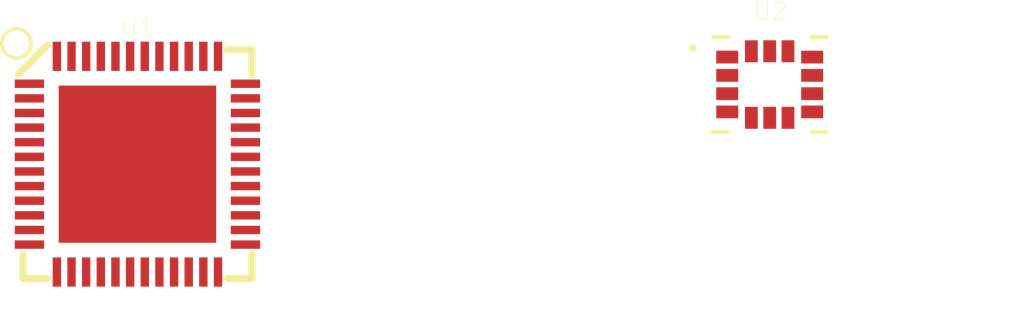
<source format=kicad_pcb>
(kicad_pcb (version 20171130) (host pcbnew "(5.1.9)-1")

  (general
    (thickness 1.6)
    (drawings 0)
    (tracks 0)
    (zones 0)
    (modules 2)
    (nets 60)
  )

  (page A4)
  (layers
    (0 F.Cu signal)
    (31 B.Cu signal)
    (32 B.Adhes user)
    (33 F.Adhes user)
    (34 B.Paste user)
    (35 F.Paste user)
    (36 B.SilkS user)
    (37 F.SilkS user)
    (38 B.Mask user)
    (39 F.Mask user)
    (40 Dwgs.User user)
    (41 Cmts.User user)
    (42 Eco1.User user)
    (43 Eco2.User user)
    (44 Edge.Cuts user)
    (45 Margin user)
    (46 B.CrtYd user)
    (47 F.CrtYd user)
    (48 B.Fab user)
    (49 F.Fab user)
  )

  (setup
    (last_trace_width 0.25)
    (trace_clearance 0.2)
    (zone_clearance 0.508)
    (zone_45_only no)
    (trace_min 0.2)
    (via_size 0.8)
    (via_drill 0.4)
    (via_min_size 0.4)
    (via_min_drill 0.3)
    (uvia_size 0.3)
    (uvia_drill 0.1)
    (uvias_allowed no)
    (uvia_min_size 0.2)
    (uvia_min_drill 0.1)
    (edge_width 0.05)
    (segment_width 0.2)
    (pcb_text_width 0.3)
    (pcb_text_size 1.5 1.5)
    (mod_edge_width 0.12)
    (mod_text_size 1 1)
    (mod_text_width 0.15)
    (pad_size 1.524 1.524)
    (pad_drill 0.762)
    (pad_to_mask_clearance 0)
    (aux_axis_origin 0 0)
    (visible_elements 7FFFFFFF)
    (pcbplotparams
      (layerselection 0x010fc_ffffffff)
      (usegerberextensions false)
      (usegerberattributes true)
      (usegerberadvancedattributes true)
      (creategerberjobfile true)
      (excludeedgelayer true)
      (linewidth 0.100000)
      (plotframeref false)
      (viasonmask false)
      (mode 1)
      (useauxorigin false)
      (hpglpennumber 1)
      (hpglpenspeed 20)
      (hpglpendiameter 15.000000)
      (psnegative false)
      (psa4output false)
      (plotreference true)
      (plotvalue true)
      (plotinvisibletext false)
      (padsonsilk false)
      (subtractmaskfromsilk false)
      (outputformat 1)
      (mirror false)
      (drillshape 1)
      (scaleselection 1)
      (outputdirectory ""))
  )

  (net 0 "")
  (net 1 "Net-(U1-Pad1)")
  (net 2 "Net-(U1-Pad2)")
  (net 3 "Net-(U1-Pad3)")
  (net 4 "Net-(U1-Pad5)")
  (net 5 "Net-(U1-Pad6)")
  (net 6 "Net-(U1-Pad7)")
  (net 7 "Net-(U1-Pad8)")
  (net 8 "Net-(U1-Pad9)")
  (net 9 "Net-(U1-Pad10)")
  (net 10 "Net-(U1-Pad11)")
  (net 11 "Net-(U1-Pad12)")
  (net 12 "Net-(U1-Pad13)")
  (net 13 "Net-(U1-Pad14)")
  (net 14 "Net-(U1-Pad15)")
  (net 15 "Net-(U1-Pad16)")
  (net 16 "Net-(U1-Pad17)")
  (net 17 "Net-(U1-Pad18)")
  (net 18 "Net-(U1-Pad19)")
  (net 19 "Net-(U1-Pad20)")
  (net 20 "Net-(U1-Pad21)")
  (net 21 "Net-(U1-Pad22)")
  (net 22 "Net-(U1-Pad23)")
  (net 23 "Net-(U1-Pad24)")
  (net 24 "Net-(U1-Pad25)")
  (net 25 "Net-(U1-Pad26)")
  (net 26 "Net-(U1-Pad27)")
  (net 27 "Net-(U1-Pad28)")
  (net 28 "Net-(U1-Pad29)")
  (net 29 "Net-(U1-Pad30)")
  (net 30 "Net-(U1-Pad31)")
  (net 31 "Net-(U1-Pad32)")
  (net 32 "Net-(U1-Pad33)")
  (net 33 "Net-(U1-Pad34)")
  (net 34 "Net-(U1-Pad35)")
  (net 35 "Net-(U1-Pad36)")
  (net 36 "Net-(U1-Pad37)")
  (net 37 "Net-(U1-Pad38)")
  (net 38 "Net-(U1-Pad39)")
  (net 39 "Net-(U1-Pad40)")
  (net 40 "Net-(U1-Pad41)")
  (net 41 "Net-(U1-Pad42)")
  (net 42 "Net-(U1-Pad44)")
  (net 43 "Net-(U1-Pad45)")
  (net 44 "Net-(U1-Pad47)")
  (net 45 "Net-(U1-Pad48)")
  (net 46 "Net-(U1-PadEP)")
  (net 47 "Net-(U2-Pad2)")
  (net 48 "Net-(U2-Pad3)")
  (net 49 "Net-(U2-Pad1)")
  (net 50 "Net-(U2-Pad4)")
  (net 51 "Net-(U2-Pad10)")
  (net 52 "Net-(U2-Pad9)")
  (net 53 "Net-(U2-Pad11)")
  (net 54 "Net-(U2-Pad8)")
  (net 55 "Net-(U2-Pad14)")
  (net 56 "Net-(U2-Pad13)")
  (net 57 "Net-(U2-Pad12)")
  (net 58 "Net-(U2-Pad5)")
  (net 59 "Net-(U2-Pad6)")

  (net_class Default "This is the default net class."
    (clearance 0.2)
    (trace_width 0.25)
    (via_dia 0.8)
    (via_drill 0.4)
    (uvia_dia 0.3)
    (uvia_drill 0.1)
    (add_net "Net-(U1-Pad1)")
    (add_net "Net-(U1-Pad10)")
    (add_net "Net-(U1-Pad11)")
    (add_net "Net-(U1-Pad12)")
    (add_net "Net-(U1-Pad13)")
    (add_net "Net-(U1-Pad14)")
    (add_net "Net-(U1-Pad15)")
    (add_net "Net-(U1-Pad16)")
    (add_net "Net-(U1-Pad17)")
    (add_net "Net-(U1-Pad18)")
    (add_net "Net-(U1-Pad19)")
    (add_net "Net-(U1-Pad2)")
    (add_net "Net-(U1-Pad20)")
    (add_net "Net-(U1-Pad21)")
    (add_net "Net-(U1-Pad22)")
    (add_net "Net-(U1-Pad23)")
    (add_net "Net-(U1-Pad24)")
    (add_net "Net-(U1-Pad25)")
    (add_net "Net-(U1-Pad26)")
    (add_net "Net-(U1-Pad27)")
    (add_net "Net-(U1-Pad28)")
    (add_net "Net-(U1-Pad29)")
    (add_net "Net-(U1-Pad3)")
    (add_net "Net-(U1-Pad30)")
    (add_net "Net-(U1-Pad31)")
    (add_net "Net-(U1-Pad32)")
    (add_net "Net-(U1-Pad33)")
    (add_net "Net-(U1-Pad34)")
    (add_net "Net-(U1-Pad35)")
    (add_net "Net-(U1-Pad36)")
    (add_net "Net-(U1-Pad37)")
    (add_net "Net-(U1-Pad38)")
    (add_net "Net-(U1-Pad39)")
    (add_net "Net-(U1-Pad40)")
    (add_net "Net-(U1-Pad41)")
    (add_net "Net-(U1-Pad42)")
    (add_net "Net-(U1-Pad44)")
    (add_net "Net-(U1-Pad45)")
    (add_net "Net-(U1-Pad47)")
    (add_net "Net-(U1-Pad48)")
    (add_net "Net-(U1-Pad5)")
    (add_net "Net-(U1-Pad6)")
    (add_net "Net-(U1-Pad7)")
    (add_net "Net-(U1-Pad8)")
    (add_net "Net-(U1-Pad9)")
    (add_net "Net-(U1-PadEP)")
    (add_net "Net-(U2-Pad1)")
    (add_net "Net-(U2-Pad10)")
    (add_net "Net-(U2-Pad11)")
    (add_net "Net-(U2-Pad12)")
    (add_net "Net-(U2-Pad13)")
    (add_net "Net-(U2-Pad14)")
    (add_net "Net-(U2-Pad2)")
    (add_net "Net-(U2-Pad3)")
    (add_net "Net-(U2-Pad4)")
    (add_net "Net-(U2-Pad5)")
    (add_net "Net-(U2-Pad6)")
    (add_net "Net-(U2-Pad8)")
    (add_net "Net-(U2-Pad9)")
  )

  (module footprints:ESP32-WROOM-32D (layer F.Cu) (tedit 6099E58A) (tstamp 6099F7B6)
    (at 128.975607 71.444607)
    (descr "<h3>QFN 48 Pin</h3><p>Specifications:<ul><li>Pin count: 48</li><li>Pin pitch: 0.4mm</li></ul></p><p><a href=”https://cdn.sparkfun.com/datasheets/IoT/esp32_datasheet_en.pdf”>Datasheet referenced for footprint</a></p><p>Example device(s):<ul><li>ESP32</li></ul></p>")
    (path /6099F001/609A1D57)
    (fp_text reference U1 (at 0 -3.7338) (layer F.SilkS)
      (effects (font (size 0.48 0.48) (thickness 0.015)))
    )
    (fp_text value ESP32 (at 0 3.7338) (layer F.Fab)
      (effects (font (size 0.48 0.48) (thickness 0.015)))
    )
    (fp_line (start 0.3048 2.2098) (end -0.3048 2.2098) (layer Dwgs.User) (width 0.0254))
    (fp_line (start -0.3048 -2.2098) (end 0.3048 -2.2098) (layer Dwgs.User) (width 0.0254))
    (fp_line (start 2.2098 -0.3048) (end 2.2098 0.3048) (layer Dwgs.User) (width 0.0254))
    (fp_line (start -2.2098 0.3048) (end -2.2098 -0.3048) (layer Dwgs.User) (width 0.0254))
    (fp_poly (pts (xy 2.15 -2.15) (xy -2.15 -2.15) (xy -2.15 2.15) (xy 2.15 2.15)) (layer F.Fab) (width 0))
    (fp_poly (pts (xy -3 2.3) (xy -2.6 2.3) (xy -2.6 2.1) (xy -3 2.1)) (layer F.Fab) (width 0))
    (fp_poly (pts (xy -3 1.9) (xy -2.6 1.9) (xy -2.6 1.7) (xy -3 1.7)) (layer F.Fab) (width 0))
    (fp_poly (pts (xy -3 1.5) (xy -2.6 1.5) (xy -2.6 1.3) (xy -3 1.3)) (layer F.Fab) (width 0))
    (fp_poly (pts (xy -3 1.1) (xy -2.6 1.1) (xy -2.6 0.9) (xy -3 0.9)) (layer F.Fab) (width 0))
    (fp_poly (pts (xy -3 0.7) (xy -2.6 0.7) (xy -2.6 0.5) (xy -3 0.5)) (layer F.Fab) (width 0))
    (fp_poly (pts (xy -3 -2.1) (xy -2.6 -2.1) (xy -2.6 -2.3) (xy -3 -2.3)) (layer F.Fab) (width 0))
    (fp_poly (pts (xy -3 -1.7) (xy -2.6 -1.7) (xy -2.6 -1.9) (xy -3 -1.9)) (layer F.Fab) (width 0))
    (fp_poly (pts (xy -3 -1.3) (xy -2.6 -1.3) (xy -2.6 -1.5) (xy -3 -1.5)) (layer F.Fab) (width 0))
    (fp_poly (pts (xy -3 -0.9) (xy -2.6 -0.9) (xy -2.6 -1.1) (xy -3 -1.1)) (layer F.Fab) (width 0))
    (fp_poly (pts (xy -3 -0.5) (xy -2.6 -0.5) (xy -2.6 -0.7) (xy -3 -0.7)) (layer F.Fab) (width 0))
    (fp_poly (pts (xy -3 -0.1) (xy -2.6 -0.1) (xy -2.6 -0.3) (xy -3 -0.3)) (layer F.Fab) (width 0))
    (fp_poly (pts (xy -3 0.3) (xy -2.6 0.3) (xy -2.6 0.1) (xy -3 0.1)) (layer F.Fab) (width 0))
    (fp_poly (pts (xy -2.3 -3) (xy -2.3 -2.6) (xy -2.1 -2.6) (xy -2.1 -3)) (layer F.Fab) (width 0))
    (fp_poly (pts (xy -1.9 -3) (xy -1.9 -2.6) (xy -1.7 -2.6) (xy -1.7 -3)) (layer F.Fab) (width 0))
    (fp_poly (pts (xy -1.5 -3) (xy -1.5 -2.6) (xy -1.3 -2.6) (xy -1.3 -3)) (layer F.Fab) (width 0))
    (fp_poly (pts (xy -1.1 -3) (xy -1.1 -2.6) (xy -0.9 -2.6) (xy -0.9 -3)) (layer F.Fab) (width 0))
    (fp_poly (pts (xy -0.7 -3) (xy -0.7 -2.6) (xy -0.5 -2.6) (xy -0.5 -3)) (layer F.Fab) (width 0))
    (fp_poly (pts (xy 2.1 -3) (xy 2.1 -2.6) (xy 2.3 -2.6) (xy 2.3 -3)) (layer F.Fab) (width 0))
    (fp_poly (pts (xy 1.7 -3) (xy 1.7 -2.6) (xy 1.9 -2.6) (xy 1.9 -3)) (layer F.Fab) (width 0))
    (fp_poly (pts (xy 1.3 -3) (xy 1.3 -2.6) (xy 1.5 -2.6) (xy 1.5 -3)) (layer F.Fab) (width 0))
    (fp_poly (pts (xy 0.9 -3) (xy 0.9 -2.6) (xy 1.1 -2.6) (xy 1.1 -3)) (layer F.Fab) (width 0))
    (fp_poly (pts (xy 0.5 -3) (xy 0.5 -2.6) (xy 0.7 -2.6) (xy 0.7 -3)) (layer F.Fab) (width 0))
    (fp_poly (pts (xy 0.1 -3) (xy 0.1 -2.6) (xy 0.3 -2.6) (xy 0.3 -3)) (layer F.Fab) (width 0))
    (fp_poly (pts (xy -0.3 -3) (xy -0.3 -2.6) (xy -0.1 -2.6) (xy -0.1 -3)) (layer F.Fab) (width 0))
    (fp_poly (pts (xy 3 -2.3) (xy 2.6 -2.3) (xy 2.6 -2.1) (xy 3 -2.1)) (layer F.Fab) (width 0))
    (fp_poly (pts (xy 3 -1.9) (xy 2.6 -1.9) (xy 2.6 -1.7) (xy 3 -1.7)) (layer F.Fab) (width 0))
    (fp_poly (pts (xy 3 -1.5) (xy 2.6 -1.5) (xy 2.6 -1.3) (xy 3 -1.3)) (layer F.Fab) (width 0))
    (fp_poly (pts (xy 3 -1.1) (xy 2.6 -1.1) (xy 2.6 -0.9) (xy 3 -0.9)) (layer F.Fab) (width 0))
    (fp_poly (pts (xy 3 -0.7) (xy 2.6 -0.7) (xy 2.6 -0.5) (xy 3 -0.5)) (layer F.Fab) (width 0))
    (fp_poly (pts (xy 3 2.1) (xy 2.6 2.1) (xy 2.6 2.3) (xy 3 2.3)) (layer F.Fab) (width 0))
    (fp_poly (pts (xy 3 1.7) (xy 2.6 1.7) (xy 2.6 1.9) (xy 3 1.9)) (layer F.Fab) (width 0))
    (fp_poly (pts (xy 3 1.3) (xy 2.6 1.3) (xy 2.6 1.5) (xy 3 1.5)) (layer F.Fab) (width 0))
    (fp_poly (pts (xy 3 0.9) (xy 2.6 0.9) (xy 2.6 1.1) (xy 3 1.1)) (layer F.Fab) (width 0))
    (fp_poly (pts (xy 3 0.5) (xy 2.6 0.5) (xy 2.6 0.7) (xy 3 0.7)) (layer F.Fab) (width 0))
    (fp_poly (pts (xy 3 0.1) (xy 2.6 0.1) (xy 2.6 0.3) (xy 3 0.3)) (layer F.Fab) (width 0))
    (fp_poly (pts (xy 3 -0.3) (xy 2.6 -0.3) (xy 2.6 -0.1) (xy 3 -0.1)) (layer F.Fab) (width 0))
    (fp_poly (pts (xy 2.3 3) (xy 2.3 2.6) (xy 2.1 2.6) (xy 2.1 3)) (layer F.Fab) (width 0))
    (fp_poly (pts (xy 1.9 3) (xy 1.9 2.6) (xy 1.7 2.6) (xy 1.7 3)) (layer F.Fab) (width 0))
    (fp_poly (pts (xy 1.5 3) (xy 1.5 2.6) (xy 1.3 2.6) (xy 1.3 3)) (layer F.Fab) (width 0))
    (fp_poly (pts (xy 1.1 3) (xy 1.1 2.6) (xy 0.9 2.6) (xy 0.9 3)) (layer F.Fab) (width 0))
    (fp_poly (pts (xy 0.7 3) (xy 0.7 2.6) (xy 0.5 2.6) (xy 0.5 3)) (layer F.Fab) (width 0))
    (fp_poly (pts (xy -2.1 3) (xy -2.1 2.6) (xy -2.3 2.6) (xy -2.3 3)) (layer F.Fab) (width 0))
    (fp_poly (pts (xy -1.7 3) (xy -1.7 2.6) (xy -1.9 2.6) (xy -1.9 3)) (layer F.Fab) (width 0))
    (fp_poly (pts (xy -1.3 3) (xy -1.3 2.6) (xy -1.5 2.6) (xy -1.5 3)) (layer F.Fab) (width 0))
    (fp_poly (pts (xy -0.9 3) (xy -0.9 2.6) (xy -1.1 2.6) (xy -1.1 3)) (layer F.Fab) (width 0))
    (fp_poly (pts (xy -0.5 3) (xy -0.5 2.6) (xy -0.7 2.6) (xy -0.7 3)) (layer F.Fab) (width 0))
    (fp_poly (pts (xy -0.1 3) (xy -0.1 2.6) (xy -0.3 2.6) (xy -0.3 3)) (layer F.Fab) (width 0))
    (fp_poly (pts (xy 0.3 3) (xy 0.3 2.6) (xy 0.1 2.6) (xy 0.1 3)) (layer F.Fab) (width 0))
    (fp_poly (pts (xy 0.314859 0.314859) (xy 1.83514 0.314859) (xy 1.83514 1.83514) (xy 0.314859 1.83514)) (layer F.Paste) (width 0.01))
    (fp_poly (pts (xy -1.83514 0.314859) (xy -0.314859 0.314859) (xy -0.314859 1.83514) (xy -1.83514 1.83514)) (layer F.Paste) (width 0.01))
    (fp_poly (pts (xy -1.83514 -1.83514) (xy -0.314859 -1.83514) (xy -0.314859 -0.314859) (xy -1.83514 -0.314859)) (layer F.Paste) (width 0.01))
    (fp_poly (pts (xy 0.314859 -1.83514) (xy 1.83514 -1.83514) (xy 1.83514 -0.314859) (xy 0.314859 -0.314859)) (layer F.Paste) (width 0.01))
    (fp_line (start 2.461 3.127) (end 3.127 3.127) (layer F.SilkS) (width 0.2032))
    (fp_line (start 3.127 3.127) (end 3.127 2.461) (layer F.SilkS) (width 0.2032))
    (fp_line (start -3.127 2.461) (end -3.127 3.127) (layer F.SilkS) (width 0.2032))
    (fp_line (start -3.127 3.127) (end -2.461 3.127) (layer F.SilkS) (width 0.2032))
    (fp_line (start 3.127 -2.461) (end 3.127 -3.127) (layer F.SilkS) (width 0.2032))
    (fp_line (start 3.127 -3.127) (end 2.461 -3.127) (layer F.SilkS) (width 0.2032))
    (fp_line (start -2.461 -3.254) (end -3.254 -2.461) (layer F.SilkS) (width 0.2032))
    (fp_line (start 3 -3) (end -3 -3) (layer F.Fab) (width 0.127))
    (fp_line (start 3 3) (end 3 -3) (layer F.Fab) (width 0.127))
    (fp_line (start -3 3) (end 3 3) (layer F.Fab) (width 0.127))
    (fp_line (start -3 -3) (end -3 3) (layer F.Fab) (width 0.127))
    (fp_circle (center -3.302 -3.302) (end -2.900394 -3.302) (layer F.SilkS) (width 0.1))
    (pad 1 smd rect (at -2.95 -2.2) (size 0.8 0.23) (layers F.Cu F.Paste F.Mask)
      (net 1 "Net-(U1-Pad1)"))
    (pad 2 smd rect (at -2.95 -1.8) (size 0.8 0.23) (layers F.Cu F.Paste F.Mask)
      (net 2 "Net-(U1-Pad2)"))
    (pad 3 smd rect (at -2.95 -1.4) (size 0.8 0.23) (layers F.Cu F.Paste F.Mask)
      (net 3 "Net-(U1-Pad3)"))
    (pad 4 smd rect (at -2.95 -1) (size 0.8 0.23) (layers F.Cu F.Paste F.Mask)
      (net 3 "Net-(U1-Pad3)"))
    (pad 5 smd rect (at -2.95 -0.6) (size 0.8 0.23) (layers F.Cu F.Paste F.Mask)
      (net 4 "Net-(U1-Pad5)"))
    (pad 6 smd rect (at -2.95 -0.2) (size 0.8 0.23) (layers F.Cu F.Paste F.Mask)
      (net 5 "Net-(U1-Pad6)"))
    (pad 7 smd rect (at -2.95 0.2) (size 0.8 0.23) (layers F.Cu F.Paste F.Mask)
      (net 6 "Net-(U1-Pad7)"))
    (pad 8 smd rect (at -2.95 0.6) (size 0.8 0.23) (layers F.Cu F.Paste F.Mask)
      (net 7 "Net-(U1-Pad8)"))
    (pad 9 smd rect (at -2.95 1) (size 0.8 0.23) (layers F.Cu F.Paste F.Mask)
      (net 8 "Net-(U1-Pad9)"))
    (pad 10 smd rect (at -2.95 1.4) (size 0.8 0.23) (layers F.Cu F.Paste F.Mask)
      (net 9 "Net-(U1-Pad10)"))
    (pad 11 smd rect (at -2.95 1.8) (size 0.8 0.23) (layers F.Cu F.Paste F.Mask)
      (net 10 "Net-(U1-Pad11)"))
    (pad 12 smd rect (at -2.95 2.2) (size 0.8 0.23) (layers F.Cu F.Paste F.Mask)
      (net 11 "Net-(U1-Pad12)"))
    (pad 13 smd rect (at -2.2 2.95) (size 0.23 0.8) (layers F.Cu F.Paste F.Mask)
      (net 12 "Net-(U1-Pad13)"))
    (pad 14 smd rect (at -1.8 2.95) (size 0.23 0.8) (layers F.Cu F.Paste F.Mask)
      (net 13 "Net-(U1-Pad14)"))
    (pad 15 smd rect (at -1.4 2.95) (size 0.23 0.8) (layers F.Cu F.Paste F.Mask)
      (net 14 "Net-(U1-Pad15)"))
    (pad 16 smd rect (at -1 2.95) (size 0.23 0.8) (layers F.Cu F.Paste F.Mask)
      (net 15 "Net-(U1-Pad16)"))
    (pad 17 smd rect (at -0.6 2.95) (size 0.23 0.8) (layers F.Cu F.Paste F.Mask)
      (net 16 "Net-(U1-Pad17)"))
    (pad 18 smd rect (at -0.2 2.95) (size 0.23 0.8) (layers F.Cu F.Paste F.Mask)
      (net 17 "Net-(U1-Pad18)"))
    (pad 19 smd rect (at 0.2 2.95) (size 0.23 0.8) (layers F.Cu F.Paste F.Mask)
      (net 18 "Net-(U1-Pad19)"))
    (pad 20 smd rect (at 0.6 2.95) (size 0.23 0.8) (layers F.Cu F.Paste F.Mask)
      (net 19 "Net-(U1-Pad20)"))
    (pad 21 smd rect (at 1 2.95) (size 0.23 0.8) (layers F.Cu F.Paste F.Mask)
      (net 20 "Net-(U1-Pad21)"))
    (pad 22 smd rect (at 1.4 2.95) (size 0.23 0.8) (layers F.Cu F.Paste F.Mask)
      (net 21 "Net-(U1-Pad22)"))
    (pad 23 smd rect (at 1.8 2.95) (size 0.23 0.8) (layers F.Cu F.Paste F.Mask)
      (net 22 "Net-(U1-Pad23)"))
    (pad 24 smd rect (at 2.2 2.95) (size 0.23 0.8) (layers F.Cu F.Paste F.Mask)
      (net 23 "Net-(U1-Pad24)"))
    (pad 25 smd rect (at 2.95 2.2) (size 0.8 0.23) (layers F.Cu F.Paste F.Mask)
      (net 24 "Net-(U1-Pad25)"))
    (pad 26 smd rect (at 2.95 1.8) (size 0.8 0.23) (layers F.Cu F.Paste F.Mask)
      (net 25 "Net-(U1-Pad26)"))
    (pad 27 smd rect (at 2.95 1.4) (size 0.8 0.23) (layers F.Cu F.Paste F.Mask)
      (net 26 "Net-(U1-Pad27)"))
    (pad 28 smd rect (at 2.95 1) (size 0.8 0.23) (layers F.Cu F.Paste F.Mask)
      (net 27 "Net-(U1-Pad28)"))
    (pad 29 smd rect (at 2.95 0.6) (size 0.8 0.23) (layers F.Cu F.Paste F.Mask)
      (net 28 "Net-(U1-Pad29)"))
    (pad 30 smd rect (at 2.95 0.2) (size 0.8 0.23) (layers F.Cu F.Paste F.Mask)
      (net 29 "Net-(U1-Pad30)"))
    (pad 31 smd rect (at 2.95 -0.2) (size 0.8 0.23) (layers F.Cu F.Paste F.Mask)
      (net 30 "Net-(U1-Pad31)"))
    (pad 32 smd rect (at 2.95 -0.6) (size 0.8 0.23) (layers F.Cu F.Paste F.Mask)
      (net 31 "Net-(U1-Pad32)"))
    (pad 33 smd rect (at 2.95 -1) (size 0.8 0.23) (layers F.Cu F.Paste F.Mask)
      (net 32 "Net-(U1-Pad33)"))
    (pad 34 smd rect (at 2.95 -1.4) (size 0.8 0.23) (layers F.Cu F.Paste F.Mask)
      (net 33 "Net-(U1-Pad34)"))
    (pad 35 smd rect (at 2.95 -1.8) (size 0.8 0.23) (layers F.Cu F.Paste F.Mask)
      (net 34 "Net-(U1-Pad35)"))
    (pad 36 smd rect (at 2.95 -2.2) (size 0.8 0.23) (layers F.Cu F.Paste F.Mask)
      (net 35 "Net-(U1-Pad36)"))
    (pad 37 smd rect (at 2.2 -2.95) (size 0.23 0.8) (layers F.Cu F.Paste F.Mask)
      (net 36 "Net-(U1-Pad37)"))
    (pad 38 smd rect (at 1.8 -2.95) (size 0.23 0.8) (layers F.Cu F.Paste F.Mask)
      (net 37 "Net-(U1-Pad38)"))
    (pad 39 smd rect (at 1.4 -2.95) (size 0.23 0.8) (layers F.Cu F.Paste F.Mask)
      (net 38 "Net-(U1-Pad39)"))
    (pad 40 smd rect (at 1 -2.95) (size 0.23 0.8) (layers F.Cu F.Paste F.Mask)
      (net 39 "Net-(U1-Pad40)"))
    (pad 41 smd rect (at 0.6 -2.95) (size 0.23 0.8) (layers F.Cu F.Paste F.Mask)
      (net 40 "Net-(U1-Pad41)"))
    (pad 42 smd rect (at 0.2 -2.95) (size 0.23 0.8) (layers F.Cu F.Paste F.Mask)
      (net 41 "Net-(U1-Pad42)"))
    (pad 43 smd rect (at -0.2 -2.95) (size 0.23 0.8) (layers F.Cu F.Paste F.Mask)
      (net 1 "Net-(U1-Pad1)"))
    (pad 44 smd rect (at -0.6 -2.95) (size 0.23 0.8) (layers F.Cu F.Paste F.Mask)
      (net 42 "Net-(U1-Pad44)"))
    (pad 45 smd rect (at -1 -2.95) (size 0.23 0.8) (layers F.Cu F.Paste F.Mask)
      (net 43 "Net-(U1-Pad45)"))
    (pad 46 smd rect (at -1.4 -2.95) (size 0.23 0.8) (layers F.Cu F.Paste F.Mask)
      (net 1 "Net-(U1-Pad1)"))
    (pad 47 smd rect (at -1.8 -2.95) (size 0.23 0.8) (layers F.Cu F.Paste F.Mask)
      (net 44 "Net-(U1-Pad47)"))
    (pad 48 smd rect (at -2.2 -2.95) (size 0.23 0.8) (layers F.Cu F.Paste F.Mask)
      (net 45 "Net-(U1-Pad48)"))
    (pad EP smd rect (at 0 0) (size 4.3 4.3) (layers F.Cu F.Mask)
      (net 46 "Net-(U1-PadEP)"))
  )

  (module footprints:LSM6DSMTR (layer F.Cu) (tedit 6099CCA3) (tstamp 6099F7D6)
    (at 146.242001 69.266001)
    (path /6099FD27/609A33A3)
    (fp_text reference U2 (at 0.024 -2.0048) (layer F.SilkS)
      (effects (font (size 0.48 0.48) (thickness 0.015)))
    )
    (fp_text value LSM6DSMTR (at 4.9008 1.9952) (layer F.Fab)
      (effects (font (size 0.48 0.48) (thickness 0.015)))
    )
    (fp_line (start 1.55 1.3) (end 1.15 1.3) (layer F.SilkS) (width 0.127))
    (fp_line (start -1.55 1.3) (end -1.15 1.3) (layer F.SilkS) (width 0.127))
    (fp_line (start 1.55 -1.3) (end 1.15 -1.3) (layer F.SilkS) (width 0.127))
    (fp_line (start -1.15 -1.3) (end -1.55 -1.3) (layer F.SilkS) (width 0.127))
    (fp_circle (center -2.1 -1) (end -2.05 -1) (layer F.Fab) (width 0.1))
    (fp_circle (center -2.1 -1) (end -2.05 -1) (layer F.SilkS) (width 0.1))
    (fp_line (start 1.8 -1.55) (end -1.8 -1.55) (layer F.CrtYd) (width 0.05))
    (fp_line (start 1.8 1.55) (end 1.8 -1.55) (layer F.CrtYd) (width 0.05))
    (fp_line (start -1.8 1.55) (end 1.8 1.55) (layer F.CrtYd) (width 0.05))
    (fp_line (start -1.8 -1.55) (end -1.8 1.55) (layer F.CrtYd) (width 0.05))
    (fp_line (start -1.55 1.3) (end -1.55 -1.3) (layer F.Fab) (width 0.127))
    (fp_line (start 1.55 1.3) (end -1.55 1.3) (layer F.Fab) (width 0.127))
    (fp_line (start 1.55 -1.3) (end 1.55 1.3) (layer F.Fab) (width 0.127))
    (fp_line (start -1.55 -1.3) (end 1.55 -1.3) (layer F.Fab) (width 0.127))
    (pad 2 smd rect (at -1.16 -0.25) (size 0.6 0.35) (layers F.Cu F.Paste F.Mask)
      (net 47 "Net-(U2-Pad2)"))
    (pad 3 smd rect (at -1.16 0.25) (size 0.6 0.35) (layers F.Cu F.Paste F.Mask)
      (net 48 "Net-(U2-Pad3)"))
    (pad 1 smd rect (at -1.16 -0.75) (size 0.6 0.35) (layers F.Cu F.Paste F.Mask)
      (net 49 "Net-(U2-Pad1)"))
    (pad 4 smd rect (at -1.16 0.75) (size 0.6 0.35) (layers F.Cu F.Paste F.Mask)
      (net 50 "Net-(U2-Pad4)"))
    (pad 10 smd rect (at 1.16 -0.25) (size 0.6 0.35) (layers F.Cu F.Paste F.Mask)
      (net 51 "Net-(U2-Pad10)"))
    (pad 9 smd rect (at 1.16 0.25) (size 0.6 0.35) (layers F.Cu F.Paste F.Mask)
      (net 52 "Net-(U2-Pad9)"))
    (pad 11 smd rect (at 1.16 -0.75) (size 0.6 0.35) (layers F.Cu F.Paste F.Mask)
      (net 53 "Net-(U2-Pad11)"))
    (pad 8 smd rect (at 1.16 0.75) (size 0.6 0.35) (layers F.Cu F.Paste F.Mask)
      (net 54 "Net-(U2-Pad8)"))
    (pad 14 smd rect (at -0.5 -0.91) (size 0.35 0.6) (layers F.Cu F.Paste F.Mask)
      (net 55 "Net-(U2-Pad14)"))
    (pad 13 smd rect (at 0 -0.91) (size 0.35 0.6) (layers F.Cu F.Paste F.Mask)
      (net 56 "Net-(U2-Pad13)"))
    (pad 12 smd rect (at 0.5 -0.91) (size 0.35 0.6) (layers F.Cu F.Paste F.Mask)
      (net 57 "Net-(U2-Pad12)"))
    (pad 5 smd rect (at -0.5 0.91) (size 0.35 0.6) (layers F.Cu F.Paste F.Mask)
      (net 58 "Net-(U2-Pad5)"))
    (pad 6 smd rect (at 0 0.91) (size 0.35 0.6) (layers F.Cu F.Paste F.Mask)
      (net 59 "Net-(U2-Pad6)"))
    (pad 7 smd rect (at 0.5 0.91) (size 0.35 0.6) (layers F.Cu F.Paste F.Mask)
      (net 59 "Net-(U2-Pad6)"))
  )

)

</source>
